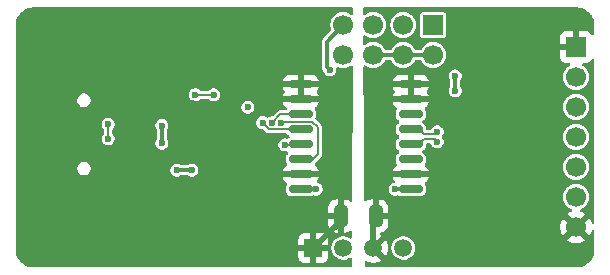
<source format=gbr>
%TF.GenerationSoftware,KiCad,Pcbnew,9.0.2*%
%TF.CreationDate,2025-07-27T21:59:35+02:00*%
%TF.ProjectId,USB-RS485_FT230,5553422d-5253-4343-9835-5f4654323330,rev?*%
%TF.SameCoordinates,Original*%
%TF.FileFunction,Copper,L2,Bot*%
%TF.FilePolarity,Positive*%
%FSLAX46Y46*%
G04 Gerber Fmt 4.6, Leading zero omitted, Abs format (unit mm)*
G04 Created by KiCad (PCBNEW 9.0.2) date 2025-07-27 21:59:35*
%MOMM*%
%LPD*%
G01*
G04 APERTURE LIST*
G04 Aperture macros list*
%AMRoundRect*
0 Rectangle with rounded corners*
0 $1 Rounding radius*
0 $2 $3 $4 $5 $6 $7 $8 $9 X,Y pos of 4 corners*
0 Add a 4 corners polygon primitive as box body*
4,1,4,$2,$3,$4,$5,$6,$7,$8,$9,$2,$3,0*
0 Add four circle primitives for the rounded corners*
1,1,$1+$1,$2,$3*
1,1,$1+$1,$4,$5*
1,1,$1+$1,$6,$7*
1,1,$1+$1,$8,$9*
0 Add four rect primitives between the rounded corners*
20,1,$1+$1,$2,$3,$4,$5,0*
20,1,$1+$1,$4,$5,$6,$7,0*
20,1,$1+$1,$6,$7,$8,$9,0*
20,1,$1+$1,$8,$9,$2,$3,0*%
G04 Aperture macros list end*
%TA.AperFunction,ComponentPad*%
%ADD10R,1.700000X1.700000*%
%TD*%
%TA.AperFunction,ComponentPad*%
%ADD11C,1.700000*%
%TD*%
%TA.AperFunction,ComponentPad*%
%ADD12R,1.500000X1.500000*%
%TD*%
%TA.AperFunction,ComponentPad*%
%ADD13C,1.500000*%
%TD*%
%TA.AperFunction,SMDPad,CuDef*%
%ADD14RoundRect,0.250000X-0.325000X-0.650000X0.325000X-0.650000X0.325000X0.650000X-0.325000X0.650000X0*%
%TD*%
%TA.AperFunction,SMDPad,CuDef*%
%ADD15RoundRect,0.150000X-0.875000X-0.150000X0.875000X-0.150000X0.875000X0.150000X-0.875000X0.150000X0*%
%TD*%
%TA.AperFunction,ViaPad*%
%ADD16C,0.600000*%
%TD*%
%TA.AperFunction,Conductor*%
%ADD17C,0.500000*%
%TD*%
%TA.AperFunction,Conductor*%
%ADD18C,0.200000*%
%TD*%
%TA.AperFunction,Conductor*%
%ADD19C,0.350000*%
%TD*%
G04 APERTURE END LIST*
D10*
%TO.P,J3,1,Pin_1*%
%TO.N,GND2*%
X172705000Y-85985909D03*
D11*
%TO.P,J3,2,Pin_2*%
%TO.N,/RS485_P*%
X172705000Y-88525909D03*
%TO.P,J3,3,Pin_3*%
%TO.N,/RS485_N*%
X172705000Y-91065909D03*
%TO.P,J3,4,Pin_4*%
%TO.N,Net-(J3-Pin_4)*%
X172705000Y-93605909D03*
%TO.P,J3,5,Pin_5*%
%TO.N,Net-(J3-Pin_5)*%
X172705000Y-96145909D03*
%TO.P,J3,6,Pin_6*%
%TO.N,+V_OUT*%
X172705000Y-98685909D03*
%TO.P,J3,7,Pin_7*%
%TO.N,GND2*%
X172705000Y-101225909D03*
%TD*%
D12*
%TO.P,U4,1,-Vin*%
%TO.N,GND1*%
X150445000Y-103008909D03*
D13*
%TO.P,U4,2,+Vin*%
%TO.N,+5V_USB*%
X152985000Y-103008909D03*
%TO.P,U4,3,-Vout*%
%TO.N,GND2*%
X155525000Y-103008909D03*
%TO.P,U4,4,+Vout*%
%TO.N,+5V_ISO*%
X158065000Y-103008909D03*
%TD*%
D10*
%TO.P,J2,1,Pin_1*%
%TO.N,+1.8V_ISO*%
X160605000Y-84128909D03*
D11*
%TO.P,J2,2,Pin_2*%
%TO.N,+V_OUT*%
X160605000Y-86668909D03*
%TO.P,J2,3,Pin_3*%
%TO.N,+3.3V_ISO*%
X158065000Y-84128909D03*
%TO.P,J2,4,Pin_4*%
%TO.N,+V_OUT*%
X158065000Y-86668909D03*
%TO.P,J2,5,Pin_5*%
%TO.N,+5V_ISO*%
X155525000Y-84128909D03*
%TO.P,J2,6,Pin_6*%
%TO.N,+V_OUT*%
X155525000Y-86668909D03*
%TO.P,J2,7,Pin_7*%
%TO.N,VCCIO*%
X152985000Y-84128909D03*
%TO.P,J2,8,Pin_8*%
%TO.N,RS_ACT*%
X152985000Y-86668909D03*
%TD*%
D14*
%TO.P,C10,1*%
%TO.N,GND1*%
X152780000Y-100298909D03*
%TO.P,C10,2*%
%TO.N,GND2*%
X155730000Y-100298909D03*
%TD*%
D15*
%TO.P,U5,1,Vcc1*%
%TO.N,VCCIO*%
X149395000Y-98028909D03*
%TO.P,U5,2,GND1*%
%TO.N,GND1*%
X149395000Y-96758909D03*
%TO.P,U5,3,R*%
%TO.N,Net-(U5-R)*%
X149395000Y-95488909D03*
%TO.P,U5,4,~{RE}*%
%TO.N,Net-(U1-CBUS3)*%
X149395000Y-94218909D03*
%TO.P,U5,5,DE*%
%TO.N,Net-(U1-CBUS2)*%
X149395000Y-92948909D03*
%TO.P,U5,6,D*%
%TO.N,Net-(U1-TXD)*%
X149395000Y-91678909D03*
%TO.P,U5,7,GND1*%
%TO.N,GND1*%
X149395000Y-90408909D03*
%TO.P,U5,8,GND1*%
X149395000Y-89138909D03*
%TO.P,U5,9,GND2*%
%TO.N,GND2*%
X158695000Y-89138909D03*
%TO.P,U5,10,GND2*%
X158695000Y-90408909D03*
%TO.P,U5,11,NC*%
%TO.N,unconnected-(U5-NC-Pad11)*%
X158695000Y-91678909D03*
%TO.P,U5,12,A*%
%TO.N,/RS485_P*%
X158695000Y-92948909D03*
%TO.P,U5,13,B*%
%TO.N,/RS485_N*%
X158695000Y-94218909D03*
%TO.P,U5,14,NC*%
%TO.N,unconnected-(U5-NC-Pad14)*%
X158695000Y-95488909D03*
%TO.P,U5,15,GND2*%
%TO.N,GND2*%
X158695000Y-96758909D03*
%TO.P,U5,16,Vcc2*%
%TO.N,+5V_ISO*%
X158695000Y-98028909D03*
%TD*%
D16*
%TO.N,GND1*%
X144205000Y-98648909D03*
X127645000Y-99688909D03*
X131335000Y-86878909D03*
X140085000Y-87458909D03*
X133945000Y-85648909D03*
X133905000Y-90108909D03*
X148075000Y-96768909D03*
X133895000Y-96728909D03*
X140180000Y-90718264D03*
X128135000Y-89648909D03*
X133055000Y-98348909D03*
X133925000Y-87888909D03*
X142455000Y-95038909D03*
X147795000Y-87238909D03*
X144215000Y-96158909D03*
X137405000Y-98948909D03*
%TO.N,+5V_USB*%
X140180000Y-96408909D03*
X138895000Y-96408909D03*
%TO.N,GND2*%
X165495000Y-86848909D03*
X161495000Y-102208909D03*
X164532652Y-84488474D03*
X164715000Y-83318909D03*
X160015000Y-96748909D03*
X166300000Y-90500000D03*
X163685000Y-102218909D03*
X165875000Y-102198909D03*
X160105000Y-90418909D03*
X162945000Y-93598909D03*
%TO.N,VCCIO*%
X151855000Y-87928909D03*
X137625159Y-92638909D03*
X144901091Y-91082818D03*
X137625159Y-94128909D03*
X150705000Y-98018909D03*
%TO.N,/RS485_P*%
X160947169Y-93163909D03*
%TO.N,/RS485_N*%
X160947169Y-94013909D03*
%TO.N,+V_OUT*%
X162475000Y-89710000D03*
X162455000Y-88433909D03*
%TO.N,+5V_ISO*%
X157375000Y-98048909D03*
%TO.N,Net-(J1-D--PadA7)*%
X133084389Y-93738908D03*
X133084388Y-92538909D03*
%TO.N,Net-(U1-TXD)*%
X146945000Y-92398909D03*
%TO.N,Net-(U1-CBUS2)*%
X142030000Y-90031409D03*
X146155000Y-92388909D03*
X140455000Y-90020499D03*
%TO.N,Net-(U1-CBUS3)*%
X148051091Y-94262818D03*
%TO.N,Net-(U5-R)*%
X147725000Y-92388909D03*
%TD*%
D17*
%TO.N,GND1*%
X152780000Y-100683909D02*
X152780000Y-100298909D01*
D18*
X131715000Y-99688909D02*
X133055000Y-98348909D01*
X128135000Y-89046561D02*
X128135000Y-89648909D01*
X127645000Y-99688909D02*
X131715000Y-99688909D01*
X149385000Y-96768909D02*
X149395000Y-96758909D01*
D17*
X150445000Y-103008909D02*
X150455000Y-103008909D01*
X150455000Y-103008909D02*
X152780000Y-100683909D01*
D18*
X148075000Y-96768909D02*
X149385000Y-96768909D01*
X149395000Y-90408909D02*
X149395000Y-89138909D01*
D19*
%TO.N,+5V_USB*%
X140180000Y-96408909D02*
X138895000Y-96408909D01*
%TO.N,GND2*%
X160105000Y-90418909D02*
X160095000Y-90408909D01*
X158705000Y-96748909D02*
X158695000Y-96758909D01*
D17*
X155525000Y-103008909D02*
X155525000Y-100503909D01*
X155525000Y-100503909D02*
X155730000Y-100298909D01*
D19*
X158695000Y-90408909D02*
X158695000Y-89138909D01*
X160015000Y-96748909D02*
X158705000Y-96748909D01*
X160095000Y-90408909D02*
X158695000Y-90408909D01*
%TO.N,VCCIO*%
X137625159Y-94128909D02*
X137625159Y-92638909D01*
X151575000Y-85538909D02*
X152985000Y-84128909D01*
D18*
X149395000Y-98028909D02*
X150695000Y-98028909D01*
D19*
X151575000Y-87648909D02*
X151575000Y-85538909D01*
X151855000Y-87928909D02*
X151575000Y-87648909D01*
D18*
X150695000Y-98028909D02*
X150705000Y-98018909D01*
%TO.N,/RS485_P*%
X159420000Y-92948909D02*
X158695000Y-92948909D01*
X159830000Y-93358909D02*
X159420000Y-92948909D01*
X160947169Y-93163909D02*
X160752169Y-93358909D01*
X160752169Y-93358909D02*
X159830000Y-93358909D01*
%TO.N,/RS485_N*%
X160947169Y-94013909D02*
X160742169Y-93808909D01*
X160742169Y-93808909D02*
X159830000Y-93808909D01*
X159830000Y-93808909D02*
X159420000Y-94218909D01*
X159420000Y-94218909D02*
X158695000Y-94218909D01*
D19*
%TO.N,+V_OUT*%
X158065000Y-86668909D02*
X155525000Y-86668909D01*
X162475000Y-89710000D02*
X162475000Y-88453909D01*
X160605000Y-86668909D02*
X158065000Y-86668909D01*
X162475000Y-88453909D02*
X162455000Y-88433909D01*
D18*
%TO.N,+5V_ISO*%
X157395000Y-98028909D02*
X157375000Y-98048909D01*
D19*
X158695000Y-98028909D02*
X157395000Y-98028909D01*
D18*
%TO.N,Net-(J1-D--PadA7)*%
X133084388Y-92538909D02*
X133084388Y-93738907D01*
X133084388Y-93738907D02*
X133084389Y-93738908D01*
%TO.N,Net-(U1-TXD)*%
X146945000Y-92389677D02*
X147655768Y-91678909D01*
X147655768Y-91678909D02*
X149395000Y-91678909D01*
X146945000Y-92398909D02*
X146945000Y-92389677D01*
%TO.N,Net-(U1-CBUS2)*%
X140556590Y-90020499D02*
X140567500Y-90031409D01*
X140567500Y-90031409D02*
X142030000Y-90031409D01*
X146715000Y-92948909D02*
X146155000Y-92388909D01*
X149395000Y-92948909D02*
X146715000Y-92948909D01*
X140455000Y-90020499D02*
X140556590Y-90020499D01*
%TO.N,Net-(U1-CBUS3)*%
X149351091Y-94262818D02*
X149395000Y-94218909D01*
X148051091Y-94262818D02*
X149351091Y-94262818D01*
%TO.N,Net-(U5-R)*%
X149395000Y-95488909D02*
X150419999Y-95488909D01*
X150419999Y-95488909D02*
X150835000Y-95073908D01*
X150355000Y-92308909D02*
X147805000Y-92308909D01*
X150835000Y-92788909D02*
X150355000Y-92308909D01*
X150835000Y-95073908D02*
X150835000Y-92788909D01*
X147805000Y-92308909D02*
X147725000Y-92388909D01*
%TD*%
%TA.AperFunction,Conductor*%
%TO.N,GND1*%
G36*
X153794795Y-82659094D02*
G01*
X153840550Y-82711898D01*
X153851754Y-82764063D01*
X153851179Y-82873190D01*
X153849785Y-83137505D01*
X153849745Y-83145023D01*
X153849745Y-83145035D01*
X153849696Y-83154159D01*
X153829652Y-83221092D01*
X153776603Y-83266562D01*
X153707392Y-83276134D01*
X153652815Y-83253812D01*
X153561788Y-83187677D01*
X153407445Y-83109036D01*
X153242701Y-83055507D01*
X153242699Y-83055506D01*
X153242698Y-83055506D01*
X153111271Y-83034690D01*
X153071611Y-83028409D01*
X152898389Y-83028409D01*
X152858728Y-83034690D01*
X152727302Y-83055506D01*
X152562552Y-83109037D01*
X152408211Y-83187677D01*
X152362220Y-83221092D01*
X152268072Y-83289495D01*
X152268070Y-83289497D01*
X152268069Y-83289497D01*
X152145588Y-83411978D01*
X152145588Y-83411979D01*
X152145586Y-83411981D01*
X152101859Y-83472165D01*
X152043768Y-83552120D01*
X151965128Y-83706461D01*
X151911597Y-83871211D01*
X151884500Y-84042298D01*
X151884500Y-84215519D01*
X151911598Y-84386611D01*
X151911598Y-84386614D01*
X151940585Y-84475825D01*
X151942580Y-84545666D01*
X151910335Y-84601824D01*
X151313737Y-85198424D01*
X151234517Y-85277643D01*
X151234513Y-85277649D01*
X151178498Y-85374669D01*
X151178497Y-85374672D01*
X151149500Y-85482891D01*
X151149500Y-87592891D01*
X151149500Y-87704927D01*
X151178497Y-87813146D01*
X151234515Y-87910172D01*
X151234517Y-87910174D01*
X151273236Y-87948893D01*
X151305330Y-88004480D01*
X151342017Y-88141397D01*
X151414488Y-88266920D01*
X151414490Y-88266922D01*
X151414491Y-88266924D01*
X151516985Y-88369418D01*
X151516986Y-88369419D01*
X151516988Y-88369420D01*
X151642511Y-88441891D01*
X151642512Y-88441891D01*
X151642515Y-88441893D01*
X151782525Y-88479409D01*
X151782528Y-88479409D01*
X151927472Y-88479409D01*
X151927475Y-88479409D01*
X152067485Y-88441893D01*
X152193015Y-88369418D01*
X152295509Y-88266924D01*
X152367984Y-88141394D01*
X152405500Y-88001384D01*
X152405500Y-87856434D01*
X152400425Y-87837494D01*
X152402086Y-87767645D01*
X152441248Y-87709782D01*
X152505476Y-87682277D01*
X152558518Y-87687469D01*
X152562547Y-87688778D01*
X152562555Y-87688782D01*
X152727299Y-87742311D01*
X152898389Y-87769409D01*
X152898390Y-87769409D01*
X153071610Y-87769409D01*
X153071611Y-87769409D01*
X153242701Y-87742311D01*
X153407445Y-87688782D01*
X153561788Y-87610141D01*
X153629029Y-87561287D01*
X153694834Y-87537807D01*
X153762888Y-87553632D01*
X153811583Y-87603737D01*
X153825912Y-87662259D01*
X153766338Y-98954112D01*
X153746300Y-99021047D01*
X153693256Y-99066523D01*
X153624046Y-99076101D01*
X153577243Y-99058997D01*
X153424124Y-98964552D01*
X153424119Y-98964550D01*
X153257697Y-98909403D01*
X153257690Y-98909402D01*
X153154986Y-98898909D01*
X153030000Y-98898909D01*
X153030000Y-101698908D01*
X153154972Y-101698908D01*
X153154986Y-101698907D01*
X153257697Y-101688414D01*
X153424119Y-101633267D01*
X153424130Y-101633262D01*
X153563000Y-101547606D01*
X153630392Y-101529165D01*
X153697056Y-101550087D01*
X153741825Y-101603729D01*
X153752095Y-101653798D01*
X153749818Y-102085320D01*
X153729780Y-102152255D01*
X153676736Y-102197731D01*
X153607526Y-102207309D01*
X153556929Y-102187768D01*
X153458920Y-102122280D01*
X153458907Y-102122273D01*
X153276839Y-102046859D01*
X153276829Y-102046856D01*
X153083543Y-102008409D01*
X153083541Y-102008409D01*
X152886459Y-102008409D01*
X152886457Y-102008409D01*
X152693170Y-102046856D01*
X152693160Y-102046859D01*
X152511092Y-102122273D01*
X152511079Y-102122280D01*
X152347218Y-102231769D01*
X152347214Y-102231772D01*
X152207863Y-102371123D01*
X152207860Y-102371127D01*
X152098371Y-102534988D01*
X152098364Y-102535001D01*
X152022950Y-102717069D01*
X152022947Y-102717079D01*
X151984500Y-102910365D01*
X151984500Y-102910368D01*
X151984500Y-103107450D01*
X151984500Y-103107452D01*
X151984499Y-103107452D01*
X152022947Y-103300738D01*
X152022950Y-103300748D01*
X152098364Y-103482816D01*
X152098371Y-103482829D01*
X152207860Y-103646690D01*
X152207863Y-103646694D01*
X152347214Y-103786045D01*
X152347218Y-103786048D01*
X152511079Y-103895537D01*
X152511092Y-103895544D01*
X152658726Y-103956695D01*
X152693165Y-103970960D01*
X152693169Y-103970960D01*
X152693170Y-103970961D01*
X152886456Y-104009409D01*
X152886459Y-104009409D01*
X153083543Y-104009409D01*
X153213582Y-103983541D01*
X153276835Y-103970960D01*
X153458914Y-103895541D01*
X153458919Y-103895537D01*
X153458922Y-103895536D01*
X153502705Y-103866281D01*
X153534341Y-103845141D01*
X153601018Y-103824263D01*
X153668399Y-103842747D01*
X153715089Y-103894725D01*
X153727211Y-103950560D01*
X153716629Y-104516726D01*
X153695695Y-104583386D01*
X153642046Y-104628146D01*
X153592651Y-104638409D01*
X126759428Y-104638409D01*
X126750582Y-104638093D01*
X126550442Y-104623778D01*
X126532931Y-104621260D01*
X126341211Y-104579555D01*
X126324238Y-104574572D01*
X126247105Y-104545803D01*
X126140385Y-104505998D01*
X126124299Y-104498652D01*
X125952085Y-104404616D01*
X125937210Y-104395057D01*
X125780132Y-104277469D01*
X125766762Y-104265884D01*
X125628019Y-104127142D01*
X125616433Y-104113770D01*
X125498848Y-103956695D01*
X125489283Y-103941812D01*
X125457812Y-103884177D01*
X125395247Y-103769600D01*
X125387906Y-103753526D01*
X125319328Y-103569665D01*
X125314348Y-103552701D01*
X125272640Y-103360975D01*
X125270122Y-103343464D01*
X125267067Y-103300748D01*
X125255816Y-103143448D01*
X125255500Y-103134602D01*
X125255500Y-102211064D01*
X149195000Y-102211064D01*
X149195000Y-102758909D01*
X150011988Y-102758909D01*
X149979075Y-102815916D01*
X149945000Y-102943083D01*
X149945000Y-103074735D01*
X149979075Y-103201902D01*
X150011988Y-103258909D01*
X149195000Y-103258909D01*
X149195000Y-103806753D01*
X149201401Y-103866281D01*
X149201403Y-103866288D01*
X149251645Y-104000995D01*
X149251649Y-104001002D01*
X149337809Y-104116096D01*
X149337812Y-104116099D01*
X149452906Y-104202259D01*
X149452913Y-104202263D01*
X149587620Y-104252505D01*
X149587627Y-104252507D01*
X149647155Y-104258908D01*
X149647172Y-104258909D01*
X150195000Y-104258909D01*
X150195000Y-103441921D01*
X150252007Y-103474834D01*
X150379174Y-103508909D01*
X150510826Y-103508909D01*
X150637993Y-103474834D01*
X150695000Y-103441921D01*
X150695000Y-104258909D01*
X151242828Y-104258909D01*
X151242844Y-104258908D01*
X151302372Y-104252507D01*
X151302379Y-104252505D01*
X151437086Y-104202263D01*
X151437093Y-104202259D01*
X151552187Y-104116099D01*
X151552190Y-104116096D01*
X151638350Y-104001002D01*
X151638354Y-104000995D01*
X151688596Y-103866288D01*
X151688598Y-103866281D01*
X151694999Y-103806753D01*
X151695000Y-103806736D01*
X151695000Y-103258909D01*
X150878012Y-103258909D01*
X150910925Y-103201902D01*
X150945000Y-103074735D01*
X150945000Y-102943083D01*
X150910925Y-102815916D01*
X150878012Y-102758909D01*
X151695000Y-102758909D01*
X151695000Y-102211081D01*
X151694999Y-102211064D01*
X151688598Y-102151536D01*
X151688596Y-102151529D01*
X151638354Y-102016822D01*
X151638350Y-102016815D01*
X151552190Y-101901721D01*
X151552187Y-101901718D01*
X151437093Y-101815558D01*
X151437086Y-101815554D01*
X151302379Y-101765312D01*
X151302372Y-101765310D01*
X151242844Y-101758909D01*
X150695000Y-101758909D01*
X150695000Y-102575897D01*
X150637993Y-102542984D01*
X150510826Y-102508909D01*
X150379174Y-102508909D01*
X150252007Y-102542984D01*
X150195000Y-102575897D01*
X150195000Y-101758909D01*
X149647155Y-101758909D01*
X149587627Y-101765310D01*
X149587620Y-101765312D01*
X149452913Y-101815554D01*
X149452906Y-101815558D01*
X149337812Y-101901718D01*
X149337809Y-101901721D01*
X149251649Y-102016815D01*
X149251645Y-102016822D01*
X149201403Y-102151529D01*
X149201401Y-102151536D01*
X149195000Y-102211064D01*
X125255500Y-102211064D01*
X125255500Y-100998895D01*
X151705001Y-100998895D01*
X151715494Y-101101606D01*
X151770641Y-101268028D01*
X151770643Y-101268033D01*
X151862684Y-101417254D01*
X151986654Y-101541224D01*
X152135875Y-101633265D01*
X152135880Y-101633267D01*
X152302302Y-101688414D01*
X152302309Y-101688415D01*
X152405019Y-101698908D01*
X152529999Y-101698908D01*
X152530000Y-101698907D01*
X152530000Y-100548909D01*
X151705001Y-100548909D01*
X151705001Y-100998895D01*
X125255500Y-100998895D01*
X125255500Y-99598922D01*
X151705000Y-99598922D01*
X151705000Y-100048909D01*
X152530000Y-100048909D01*
X152530000Y-98898909D01*
X152405027Y-98898909D01*
X152405012Y-98898910D01*
X152302302Y-98909403D01*
X152135880Y-98964550D01*
X152135875Y-98964552D01*
X151986654Y-99056593D01*
X151862684Y-99180563D01*
X151770643Y-99329784D01*
X151770641Y-99329789D01*
X151715494Y-99496211D01*
X151715493Y-99496218D01*
X151705000Y-99598922D01*
X125255500Y-99598922D01*
X125255500Y-97008910D01*
X147872704Y-97008910D01*
X147872899Y-97011395D01*
X147918718Y-97169107D01*
X148002314Y-97310461D01*
X148002321Y-97310470D01*
X148118438Y-97426587D01*
X148118444Y-97426591D01*
X148161491Y-97452049D01*
X148209175Y-97503118D01*
X148221679Y-97571860D01*
X148196846Y-97632055D01*
X148197689Y-97632668D01*
X148195154Y-97636156D01*
X148195034Y-97636449D01*
X148194549Y-97636989D01*
X148191951Y-97640566D01*
X148134352Y-97753607D01*
X148119500Y-97847384D01*
X148119500Y-98210426D01*
X148130292Y-98278566D01*
X148134354Y-98304213D01*
X148191950Y-98417251D01*
X148191952Y-98417253D01*
X148191954Y-98417256D01*
X148281652Y-98506954D01*
X148281654Y-98506955D01*
X148281658Y-98506959D01*
X148394694Y-98564554D01*
X148394698Y-98564556D01*
X148488475Y-98579408D01*
X148488481Y-98579409D01*
X150301518Y-98579408D01*
X150395304Y-98564555D01*
X150428403Y-98547689D01*
X150497070Y-98534792D01*
X150516788Y-98538397D01*
X150632525Y-98569409D01*
X150632528Y-98569409D01*
X150777472Y-98569409D01*
X150777475Y-98569409D01*
X150917485Y-98531893D01*
X151043015Y-98459418D01*
X151145509Y-98356924D01*
X151217984Y-98231394D01*
X151255500Y-98091384D01*
X151255500Y-97946434D01*
X151217984Y-97806424D01*
X151145509Y-97680894D01*
X151043015Y-97578400D01*
X151043013Y-97578399D01*
X151043011Y-97578397D01*
X150917488Y-97505926D01*
X150917489Y-97505926D01*
X150906003Y-97502848D01*
X150863451Y-97491446D01*
X150803791Y-97455081D01*
X150773263Y-97392234D01*
X150781558Y-97322859D01*
X150788814Y-97308550D01*
X150871282Y-97169105D01*
X150917100Y-97011395D01*
X150917295Y-97008910D01*
X150917295Y-97008909D01*
X147872705Y-97008909D01*
X147872704Y-97008910D01*
X125255500Y-97008910D01*
X125255500Y-96203143D01*
X130459500Y-96203143D01*
X130459500Y-96354674D01*
X130498719Y-96501045D01*
X130536602Y-96566659D01*
X130574485Y-96632274D01*
X130681635Y-96739424D01*
X130812865Y-96815190D01*
X130959234Y-96854409D01*
X130959236Y-96854409D01*
X131110764Y-96854409D01*
X131110766Y-96854409D01*
X131257135Y-96815190D01*
X131388365Y-96739424D01*
X131495515Y-96632274D01*
X131571281Y-96501044D01*
X131610500Y-96354675D01*
X131610500Y-96336434D01*
X138344500Y-96336434D01*
X138344500Y-96481384D01*
X138382016Y-96621394D01*
X138382017Y-96621397D01*
X138454488Y-96746920D01*
X138454490Y-96746922D01*
X138454491Y-96746924D01*
X138556985Y-96849418D01*
X138556986Y-96849419D01*
X138556988Y-96849420D01*
X138682511Y-96921891D01*
X138682512Y-96921891D01*
X138682515Y-96921893D01*
X138822525Y-96959409D01*
X138822528Y-96959409D01*
X138967472Y-96959409D01*
X138967475Y-96959409D01*
X139107485Y-96921893D01*
X139219576Y-96857177D01*
X139230237Y-96851022D01*
X139292237Y-96834409D01*
X139782763Y-96834409D01*
X139844763Y-96851022D01*
X139967511Y-96921891D01*
X139967512Y-96921891D01*
X139967515Y-96921893D01*
X140107525Y-96959409D01*
X140107528Y-96959409D01*
X140252472Y-96959409D01*
X140252475Y-96959409D01*
X140392485Y-96921893D01*
X140518015Y-96849418D01*
X140620509Y-96746924D01*
X140692984Y-96621394D01*
X140730500Y-96481384D01*
X140730500Y-96336434D01*
X140692984Y-96196424D01*
X140620509Y-96070894D01*
X140518015Y-95968400D01*
X140518013Y-95968399D01*
X140518011Y-95968397D01*
X140392488Y-95895926D01*
X140392489Y-95895926D01*
X140381006Y-95892849D01*
X140252475Y-95858409D01*
X140107525Y-95858409D01*
X139978993Y-95892849D01*
X139967511Y-95895926D01*
X139844763Y-95966796D01*
X139782763Y-95983409D01*
X139292237Y-95983409D01*
X139230237Y-95966796D01*
X139107488Y-95895926D01*
X139107489Y-95895926D01*
X139096006Y-95892849D01*
X138967475Y-95858409D01*
X138822525Y-95858409D01*
X138693993Y-95892849D01*
X138682511Y-95895926D01*
X138556988Y-95968397D01*
X138556982Y-95968402D01*
X138454493Y-96070891D01*
X138454488Y-96070897D01*
X138382017Y-96196420D01*
X138382016Y-96196424D01*
X138344500Y-96336434D01*
X131610500Y-96336434D01*
X131610500Y-96203143D01*
X131571281Y-96056774D01*
X131495515Y-95925544D01*
X131388365Y-95818394D01*
X131322750Y-95780511D01*
X131257136Y-95742628D01*
X131174708Y-95720542D01*
X131110766Y-95703409D01*
X130959234Y-95703409D01*
X130812863Y-95742628D01*
X130681635Y-95818394D01*
X130681632Y-95818396D01*
X130574487Y-95925541D01*
X130574485Y-95925544D01*
X130498719Y-96056772D01*
X130459500Y-96203143D01*
X125255500Y-96203143D01*
X125255500Y-92466434D01*
X132533888Y-92466434D01*
X132533888Y-92611384D01*
X132571404Y-92751394D01*
X132571405Y-92751397D01*
X132643876Y-92876920D01*
X132643881Y-92876926D01*
X132697569Y-92930614D01*
X132712272Y-92957541D01*
X132728865Y-92983360D01*
X132729756Y-92989560D01*
X132731054Y-92991937D01*
X132733888Y-93018295D01*
X132733888Y-93259523D01*
X132714203Y-93326562D01*
X132697569Y-93347204D01*
X132643882Y-93400890D01*
X132643877Y-93400896D01*
X132571406Y-93526419D01*
X132571405Y-93526423D01*
X132533889Y-93666433D01*
X132533889Y-93811383D01*
X132564280Y-93924803D01*
X132571406Y-93951396D01*
X132643877Y-94076919D01*
X132643879Y-94076921D01*
X132643880Y-94076923D01*
X132746374Y-94179417D01*
X132746375Y-94179418D01*
X132746377Y-94179419D01*
X132871900Y-94251890D01*
X132871901Y-94251890D01*
X132871904Y-94251892D01*
X133011914Y-94289408D01*
X133011917Y-94289408D01*
X133156861Y-94289408D01*
X133156864Y-94289408D01*
X133296874Y-94251892D01*
X133422404Y-94179417D01*
X133524898Y-94076923D01*
X133597373Y-93951393D01*
X133634889Y-93811383D01*
X133634889Y-93666433D01*
X133597373Y-93526423D01*
X133594472Y-93521399D01*
X133524900Y-93400896D01*
X133524895Y-93400890D01*
X133471207Y-93347202D01*
X133456503Y-93320274D01*
X133439911Y-93294456D01*
X133439019Y-93288255D01*
X133437722Y-93285879D01*
X133434888Y-93259521D01*
X133434888Y-93018295D01*
X133454573Y-92951256D01*
X133471207Y-92930614D01*
X133524897Y-92876924D01*
X133597372Y-92751394D01*
X133634888Y-92611384D01*
X133634888Y-92566434D01*
X137074659Y-92566434D01*
X137074659Y-92711384D01*
X137112175Y-92851394D01*
X137183046Y-92974147D01*
X137199659Y-93036145D01*
X137199659Y-93731672D01*
X137183046Y-93793672D01*
X137112176Y-93916420D01*
X137112175Y-93916424D01*
X137074659Y-94056434D01*
X137074659Y-94201384D01*
X137110540Y-94335293D01*
X137112176Y-94341397D01*
X137184647Y-94466920D01*
X137184649Y-94466922D01*
X137184650Y-94466924D01*
X137287144Y-94569418D01*
X137287145Y-94569419D01*
X137287147Y-94569420D01*
X137412670Y-94641891D01*
X137412671Y-94641891D01*
X137412674Y-94641893D01*
X137552684Y-94679409D01*
X137552687Y-94679409D01*
X137697631Y-94679409D01*
X137697634Y-94679409D01*
X137837644Y-94641893D01*
X137963174Y-94569418D01*
X138065668Y-94466924D01*
X138138143Y-94341394D01*
X138175659Y-94201384D01*
X138175659Y-94056434D01*
X138138143Y-93916424D01*
X138077497Y-93811383D01*
X138067272Y-93793672D01*
X138050659Y-93731672D01*
X138050659Y-93036145D01*
X138067271Y-92974147D01*
X138138143Y-92851394D01*
X138175659Y-92711384D01*
X138175659Y-92566434D01*
X138138143Y-92426424D01*
X138080408Y-92326424D01*
X138074640Y-92316434D01*
X145604500Y-92316434D01*
X145604500Y-92461384D01*
X145632649Y-92566436D01*
X145642017Y-92601397D01*
X145714488Y-92726920D01*
X145714490Y-92726922D01*
X145714491Y-92726924D01*
X145816985Y-92829418D01*
X145816986Y-92829419D01*
X145816988Y-92829420D01*
X145942511Y-92901891D01*
X145942512Y-92901891D01*
X145942515Y-92901893D01*
X146082525Y-92939409D01*
X146158456Y-92939409D01*
X146225495Y-92959094D01*
X146246137Y-92975728D01*
X146499788Y-93229379D01*
X146579712Y-93275523D01*
X146668856Y-93299409D01*
X146668857Y-93299409D01*
X146761144Y-93299409D01*
X148102745Y-93299409D01*
X148106784Y-93300595D01*
X148110893Y-93299677D01*
X148140024Y-93310355D01*
X148169784Y-93319094D01*
X148173665Y-93322687D01*
X148176494Y-93323724D01*
X148190426Y-93335728D01*
X148281652Y-93426954D01*
X148281654Y-93426955D01*
X148281658Y-93426959D01*
X148372851Y-93473424D01*
X148423647Y-93521399D01*
X148440442Y-93589220D01*
X148417904Y-93655355D01*
X148372850Y-93694394D01*
X148306292Y-93728306D01*
X148273959Y-93734377D01*
X148241850Y-93741553D01*
X148239784Y-93740795D01*
X148237622Y-93741202D01*
X148217905Y-93737596D01*
X148164405Y-93723261D01*
X148123566Y-93712318D01*
X147978616Y-93712318D01*
X147872340Y-93740795D01*
X147838602Y-93749835D01*
X147713079Y-93822306D01*
X147713073Y-93822311D01*
X147610584Y-93924800D01*
X147610579Y-93924806D01*
X147538108Y-94050329D01*
X147538107Y-94050333D01*
X147500591Y-94190343D01*
X147500591Y-94335293D01*
X147538107Y-94475303D01*
X147538108Y-94475306D01*
X147610579Y-94600829D01*
X147610581Y-94600831D01*
X147610582Y-94600833D01*
X147713076Y-94703327D01*
X147713077Y-94703328D01*
X147713079Y-94703329D01*
X147838602Y-94775800D01*
X147838603Y-94775800D01*
X147838606Y-94775802D01*
X147978616Y-94813318D01*
X147978619Y-94813318D01*
X148123564Y-94813318D01*
X148123566Y-94813318D01*
X148162363Y-94802922D01*
X148232212Y-94804583D01*
X148290075Y-94843745D01*
X148317580Y-94907973D01*
X148305994Y-94976876D01*
X148282139Y-95010377D01*
X148191951Y-95100565D01*
X148191951Y-95100566D01*
X148191950Y-95100567D01*
X148172751Y-95138246D01*
X148134352Y-95213607D01*
X148119500Y-95307384D01*
X148119500Y-95670426D01*
X148124724Y-95703409D01*
X148134354Y-95764213D01*
X148191950Y-95877251D01*
X148191953Y-95877254D01*
X148197689Y-95885150D01*
X148194750Y-95887284D01*
X148219537Y-95932677D01*
X148214553Y-96002369D01*
X148172681Y-96058302D01*
X148161493Y-96065767D01*
X148118444Y-96091226D01*
X148118438Y-96091230D01*
X148002321Y-96207347D01*
X148002314Y-96207356D01*
X147918718Y-96348710D01*
X147872899Y-96506422D01*
X147872704Y-96508907D01*
X147872705Y-96508909D01*
X150917295Y-96508909D01*
X150917295Y-96508907D01*
X150917100Y-96506422D01*
X150871281Y-96348710D01*
X150787685Y-96207356D01*
X150787678Y-96207347D01*
X150671561Y-96091230D01*
X150671553Y-96091224D01*
X150628507Y-96065767D01*
X150580824Y-96014698D01*
X150568320Y-95945957D01*
X150582116Y-95900871D01*
X150590822Y-95884478D01*
X150598050Y-95877251D01*
X150655646Y-95764213D01*
X150656048Y-95761668D01*
X150662215Y-95750059D01*
X150672263Y-95739775D01*
X150684044Y-95720544D01*
X151115470Y-95289120D01*
X151161614Y-95209196D01*
X151174181Y-95162295D01*
X151185500Y-95120052D01*
X151185500Y-92742765D01*
X151161614Y-92653621D01*
X151143528Y-92622295D01*
X151115470Y-92573697D01*
X150665458Y-92123685D01*
X150631973Y-92062362D01*
X150636957Y-91992670D01*
X150642648Y-91979721D01*
X150655646Y-91954213D01*
X150656234Y-91950504D01*
X150665120Y-91894395D01*
X150670500Y-91860428D01*
X150670499Y-91497391D01*
X150655646Y-91403605D01*
X150598050Y-91290567D01*
X150598045Y-91290562D01*
X150592311Y-91282668D01*
X150595248Y-91280533D01*
X150570462Y-91235140D01*
X150575446Y-91165448D01*
X150617318Y-91109515D01*
X150628509Y-91102049D01*
X150671552Y-91076594D01*
X150671561Y-91076587D01*
X150787678Y-90960470D01*
X150787685Y-90960461D01*
X150871281Y-90819107D01*
X150917100Y-90661395D01*
X150917295Y-90658910D01*
X150917295Y-90658909D01*
X147872705Y-90658909D01*
X147872704Y-90658910D01*
X147872899Y-90661395D01*
X147918718Y-90819107D01*
X148002314Y-90960461D01*
X148002321Y-90960470D01*
X148118438Y-91076587D01*
X148118450Y-91076596D01*
X148154096Y-91097677D01*
X148201780Y-91148745D01*
X148214284Y-91217487D01*
X148187639Y-91282077D01*
X148130304Y-91322007D01*
X148090976Y-91328409D01*
X147609624Y-91328409D01*
X147520480Y-91352295D01*
X147520477Y-91352296D01*
X147440559Y-91398436D01*
X147440554Y-91398440D01*
X147026905Y-91812090D01*
X146965582Y-91845575D01*
X146939224Y-91848409D01*
X146872525Y-91848409D01*
X146743993Y-91882849D01*
X146732511Y-91885926D01*
X146620660Y-91950504D01*
X146552760Y-91966977D01*
X146496660Y-91950504D01*
X146367488Y-91875926D01*
X146367489Y-91875926D01*
X146356006Y-91872849D01*
X146227475Y-91838409D01*
X146082525Y-91838409D01*
X145953993Y-91872849D01*
X145942511Y-91875926D01*
X145816988Y-91948397D01*
X145816982Y-91948402D01*
X145714493Y-92050891D01*
X145714488Y-92050897D01*
X145642017Y-92176420D01*
X145642016Y-92176424D01*
X145604500Y-92316434D01*
X138074640Y-92316434D01*
X138065670Y-92300897D01*
X138065665Y-92300891D01*
X137963176Y-92198402D01*
X137963170Y-92198397D01*
X137837647Y-92125926D01*
X137837648Y-92125926D01*
X137826165Y-92122849D01*
X137697634Y-92088409D01*
X137552684Y-92088409D01*
X137424152Y-92122849D01*
X137412670Y-92125926D01*
X137287147Y-92198397D01*
X137287141Y-92198402D01*
X137184652Y-92300891D01*
X137184647Y-92300897D01*
X137112176Y-92426420D01*
X137112175Y-92426424D01*
X137074659Y-92566434D01*
X133634888Y-92566434D01*
X133634888Y-92466434D01*
X133597372Y-92326424D01*
X133591605Y-92316436D01*
X133524899Y-92200897D01*
X133524894Y-92200891D01*
X133422405Y-92098402D01*
X133422399Y-92098397D01*
X133296876Y-92025926D01*
X133296877Y-92025926D01*
X133285394Y-92022849D01*
X133156863Y-91988409D01*
X133011913Y-91988409D01*
X132883381Y-92022849D01*
X132871899Y-92025926D01*
X132746376Y-92098397D01*
X132746370Y-92098402D01*
X132643881Y-92200891D01*
X132643876Y-92200897D01*
X132571405Y-92326420D01*
X132571404Y-92326424D01*
X132533888Y-92466434D01*
X125255500Y-92466434D01*
X125255500Y-90423143D01*
X130459500Y-90423143D01*
X130459500Y-90574675D01*
X130477621Y-90642306D01*
X130498719Y-90721045D01*
X130512436Y-90744803D01*
X130574485Y-90852274D01*
X130681635Y-90959424D01*
X130812865Y-91035190D01*
X130959234Y-91074409D01*
X130959236Y-91074409D01*
X131110764Y-91074409D01*
X131110766Y-91074409D01*
X131257135Y-91035190D01*
X131300171Y-91010343D01*
X144350591Y-91010343D01*
X144350591Y-91155293D01*
X144386838Y-91290566D01*
X144388108Y-91295306D01*
X144460579Y-91420829D01*
X144460581Y-91420831D01*
X144460582Y-91420833D01*
X144563076Y-91523327D01*
X144563077Y-91523328D01*
X144563079Y-91523329D01*
X144688602Y-91595800D01*
X144688603Y-91595800D01*
X144688606Y-91595802D01*
X144828616Y-91633318D01*
X144828619Y-91633318D01*
X144973563Y-91633318D01*
X144973566Y-91633318D01*
X145113576Y-91595802D01*
X145239106Y-91523327D01*
X145341600Y-91420833D01*
X145414075Y-91295303D01*
X145451591Y-91155293D01*
X145451591Y-91010343D01*
X145414075Y-90870333D01*
X145341600Y-90744803D01*
X145239106Y-90642309D01*
X145239104Y-90642308D01*
X145239102Y-90642306D01*
X145113579Y-90569835D01*
X145113580Y-90569835D01*
X145102097Y-90566758D01*
X144973566Y-90532318D01*
X144828616Y-90532318D01*
X144700084Y-90566758D01*
X144688602Y-90569835D01*
X144563079Y-90642306D01*
X144563073Y-90642311D01*
X144460584Y-90744800D01*
X144460579Y-90744806D01*
X144388108Y-90870329D01*
X144388107Y-90870333D01*
X144350591Y-91010343D01*
X131300171Y-91010343D01*
X131388365Y-90959424D01*
X131495515Y-90852274D01*
X131571281Y-90721044D01*
X131610500Y-90574675D01*
X131610500Y-90423143D01*
X131571281Y-90276774D01*
X131495515Y-90145544D01*
X131388365Y-90038394D01*
X131314996Y-89996034D01*
X131257136Y-89962628D01*
X131202633Y-89948024D01*
X139904500Y-89948024D01*
X139904500Y-90092974D01*
X139942016Y-90232984D01*
X139942017Y-90232987D01*
X140014488Y-90358510D01*
X140014490Y-90358512D01*
X140014491Y-90358514D01*
X140116985Y-90461008D01*
X140116986Y-90461009D01*
X140116988Y-90461010D01*
X140242511Y-90533481D01*
X140242512Y-90533481D01*
X140242515Y-90533483D01*
X140382525Y-90570999D01*
X140382528Y-90570999D01*
X140527472Y-90570999D01*
X140527475Y-90570999D01*
X140667485Y-90533483D01*
X140793015Y-90461008D01*
X140835795Y-90418228D01*
X140897118Y-90384743D01*
X140923476Y-90381909D01*
X141550614Y-90381909D01*
X141617653Y-90401594D01*
X141638295Y-90418228D01*
X141691985Y-90471918D01*
X141691986Y-90471919D01*
X141691988Y-90471920D01*
X141817511Y-90544391D01*
X141817512Y-90544391D01*
X141817515Y-90544393D01*
X141957525Y-90581909D01*
X141957528Y-90581909D01*
X142102472Y-90581909D01*
X142102475Y-90581909D01*
X142242485Y-90544393D01*
X142368015Y-90471918D01*
X142470509Y-90369424D01*
X142542984Y-90243894D01*
X142580500Y-90103884D01*
X142580500Y-89958934D01*
X142542984Y-89818924D01*
X142542013Y-89817243D01*
X142470511Y-89693397D01*
X142470506Y-89693391D01*
X142368017Y-89590902D01*
X142368011Y-89590897D01*
X142242488Y-89518426D01*
X142242489Y-89518426D01*
X142231006Y-89515349D01*
X142102475Y-89480909D01*
X141957525Y-89480909D01*
X141828993Y-89515349D01*
X141817511Y-89518426D01*
X141691988Y-89590897D01*
X141691982Y-89590902D01*
X141638295Y-89644590D01*
X141576972Y-89678075D01*
X141550614Y-89680909D01*
X140945296Y-89680909D01*
X140878257Y-89661224D01*
X140857615Y-89644590D01*
X140793017Y-89579992D01*
X140793011Y-89579987D01*
X140667488Y-89507516D01*
X140667489Y-89507516D01*
X140656006Y-89504439D01*
X140527475Y-89469999D01*
X140382525Y-89469999D01*
X140253993Y-89504439D01*
X140242511Y-89507516D01*
X140116988Y-89579987D01*
X140116982Y-89579992D01*
X140014493Y-89682481D01*
X140014488Y-89682487D01*
X139942017Y-89808010D01*
X139942016Y-89808014D01*
X139904500Y-89948024D01*
X131202633Y-89948024D01*
X131183950Y-89943018D01*
X131110766Y-89923409D01*
X130959234Y-89923409D01*
X130812863Y-89962628D01*
X130681635Y-90038394D01*
X130681632Y-90038396D01*
X130574487Y-90145541D01*
X130574485Y-90145544D01*
X130498719Y-90276772D01*
X130473895Y-90369420D01*
X130459500Y-90423143D01*
X125255500Y-90423143D01*
X125255500Y-89388910D01*
X147872704Y-89388910D01*
X147872899Y-89391395D01*
X147918718Y-89549107D01*
X148002314Y-89690461D01*
X148007100Y-89696631D01*
X148004753Y-89698451D01*
X148031564Y-89747551D01*
X148026580Y-89817243D01*
X148005541Y-89849978D01*
X148007100Y-89851187D01*
X148002314Y-89857356D01*
X147918718Y-89998710D01*
X147872899Y-90156422D01*
X147872704Y-90158907D01*
X147872705Y-90158909D01*
X149145000Y-90158909D01*
X149645000Y-90158909D01*
X150917295Y-90158909D01*
X150917295Y-90158907D01*
X150917100Y-90156422D01*
X150871281Y-89998710D01*
X150787685Y-89857356D01*
X150782900Y-89851187D01*
X150785252Y-89849362D01*
X150758445Y-89800314D01*
X150763402Y-89730621D01*
X150784465Y-89697845D01*
X150782900Y-89696631D01*
X150787685Y-89690461D01*
X150871281Y-89549107D01*
X150917100Y-89391395D01*
X150917295Y-89388910D01*
X150917295Y-89388909D01*
X149645000Y-89388909D01*
X149645000Y-90158909D01*
X149145000Y-90158909D01*
X149145000Y-89388909D01*
X147872705Y-89388909D01*
X147872704Y-89388910D01*
X125255500Y-89388910D01*
X125255500Y-88888907D01*
X147872704Y-88888907D01*
X147872705Y-88888909D01*
X149145000Y-88888909D01*
X149645000Y-88888909D01*
X150917295Y-88888909D01*
X150917295Y-88888907D01*
X150917100Y-88886422D01*
X150871281Y-88728710D01*
X150787685Y-88587356D01*
X150787678Y-88587347D01*
X150671561Y-88471230D01*
X150671552Y-88471223D01*
X150530196Y-88387626D01*
X150530193Y-88387625D01*
X150372495Y-88341809D01*
X150372489Y-88341808D01*
X150335649Y-88338909D01*
X149645000Y-88338909D01*
X149645000Y-88888909D01*
X149145000Y-88888909D01*
X149145000Y-88338909D01*
X148454350Y-88338909D01*
X148417510Y-88341808D01*
X148417504Y-88341809D01*
X148259806Y-88387625D01*
X148259803Y-88387626D01*
X148118447Y-88471223D01*
X148118438Y-88471230D01*
X148002321Y-88587347D01*
X148002314Y-88587356D01*
X147918718Y-88728710D01*
X147872899Y-88886422D01*
X147872704Y-88888907D01*
X125255500Y-88888907D01*
X125255500Y-84143334D01*
X125255816Y-84134489D01*
X125270129Y-83934350D01*
X125272645Y-83916844D01*
X125314355Y-83725105D01*
X125319334Y-83708147D01*
X125387909Y-83524289D01*
X125395248Y-83508219D01*
X125489299Y-83335976D01*
X125498843Y-83321125D01*
X125616441Y-83164031D01*
X125628015Y-83150674D01*
X125766767Y-83011922D01*
X125780131Y-83000343D01*
X125937210Y-82882755D01*
X125952087Y-82873193D01*
X126124308Y-82779153D01*
X126140377Y-82771814D01*
X126324247Y-82703234D01*
X126341198Y-82698257D01*
X126532936Y-82656547D01*
X126550437Y-82654030D01*
X126750456Y-82639725D01*
X126759302Y-82639409D01*
X153727756Y-82639409D01*
X153794795Y-82659094D01*
G37*
%TD.AperFunction*%
%TD*%
%TA.AperFunction,Conductor*%
%TO.N,GND2*%
G36*
X172759418Y-82639725D02*
G01*
X172959560Y-82654039D01*
X172977062Y-82656556D01*
X173168796Y-82698264D01*
X173185753Y-82703243D01*
X173369613Y-82771820D01*
X173385693Y-82779164D01*
X173557907Y-82873200D01*
X173572781Y-82882758D01*
X173729859Y-83000346D01*
X173743230Y-83011932D01*
X173881974Y-83150677D01*
X173893559Y-83164048D01*
X173982789Y-83283247D01*
X174011138Y-83321116D01*
X174020701Y-83335996D01*
X174062191Y-83411979D01*
X174114736Y-83508208D01*
X174122086Y-83524302D01*
X174190654Y-83708143D01*
X174195638Y-83725118D01*
X174237343Y-83916836D01*
X174239861Y-83934348D01*
X174254184Y-84134618D01*
X174254500Y-84143464D01*
X174254500Y-84893290D01*
X174234815Y-84960329D01*
X174182011Y-85006084D01*
X174112853Y-85016028D01*
X174049297Y-84987003D01*
X174014318Y-84936623D01*
X173998354Y-84893822D01*
X173998350Y-84893815D01*
X173912190Y-84778721D01*
X173912187Y-84778718D01*
X173797093Y-84692558D01*
X173797086Y-84692554D01*
X173662379Y-84642312D01*
X173662372Y-84642310D01*
X173602844Y-84635909D01*
X172955000Y-84635909D01*
X172955000Y-85552897D01*
X172897993Y-85519984D01*
X172770826Y-85485909D01*
X172639174Y-85485909D01*
X172512007Y-85519984D01*
X172455000Y-85552897D01*
X172455000Y-84635909D01*
X171807155Y-84635909D01*
X171747627Y-84642310D01*
X171747620Y-84642312D01*
X171612913Y-84692554D01*
X171612906Y-84692558D01*
X171497812Y-84778718D01*
X171497809Y-84778721D01*
X171411649Y-84893815D01*
X171411645Y-84893822D01*
X171361403Y-85028529D01*
X171361401Y-85028536D01*
X171355000Y-85088064D01*
X171355000Y-85735909D01*
X172271988Y-85735909D01*
X172239075Y-85792916D01*
X172205000Y-85920083D01*
X172205000Y-86051735D01*
X172239075Y-86178902D01*
X172271988Y-86235909D01*
X171355000Y-86235909D01*
X171355000Y-86883753D01*
X171361401Y-86943281D01*
X171361403Y-86943288D01*
X171411645Y-87077995D01*
X171411649Y-87078002D01*
X171497809Y-87193096D01*
X171497812Y-87193099D01*
X171612906Y-87279259D01*
X171612913Y-87279263D01*
X171747620Y-87329505D01*
X171747627Y-87329507D01*
X171807155Y-87335908D01*
X171807172Y-87335909D01*
X172099949Y-87335909D01*
X172166988Y-87355594D01*
X172212743Y-87408398D01*
X172222687Y-87477556D01*
X172193662Y-87541112D01*
X172156244Y-87570394D01*
X172128211Y-87584677D01*
X172048256Y-87642768D01*
X171988072Y-87686495D01*
X171988070Y-87686497D01*
X171988069Y-87686497D01*
X171865588Y-87808978D01*
X171865588Y-87808979D01*
X171865586Y-87808981D01*
X171821859Y-87869165D01*
X171763768Y-87949120D01*
X171685128Y-88103461D01*
X171631597Y-88268211D01*
X171604500Y-88439298D01*
X171604500Y-88612519D01*
X171622902Y-88728710D01*
X171631598Y-88783610D01*
X171685127Y-88948354D01*
X171763768Y-89102697D01*
X171865586Y-89242837D01*
X171988072Y-89365323D01*
X172128212Y-89467141D01*
X172282555Y-89545782D01*
X172447299Y-89599311D01*
X172618389Y-89626409D01*
X172618390Y-89626409D01*
X172791610Y-89626409D01*
X172791611Y-89626409D01*
X172962701Y-89599311D01*
X173127445Y-89545782D01*
X173281788Y-89467141D01*
X173421928Y-89365323D01*
X173544414Y-89242837D01*
X173646232Y-89102697D01*
X173724873Y-88948354D01*
X173778402Y-88783610D01*
X173805500Y-88612520D01*
X173805500Y-88439298D01*
X173778402Y-88268208D01*
X173724873Y-88103464D01*
X173646232Y-87949121D01*
X173544414Y-87808981D01*
X173421928Y-87686495D01*
X173281788Y-87584677D01*
X173253756Y-87570394D01*
X173202960Y-87522419D01*
X173186165Y-87454598D01*
X173208703Y-87388463D01*
X173263418Y-87345012D01*
X173310051Y-87335909D01*
X173602828Y-87335909D01*
X173602844Y-87335908D01*
X173662372Y-87329507D01*
X173662379Y-87329505D01*
X173797086Y-87279263D01*
X173797093Y-87279259D01*
X173912187Y-87193099D01*
X173912190Y-87193096D01*
X173998350Y-87078002D01*
X173998355Y-87077993D01*
X174014318Y-87035195D01*
X174056189Y-86979261D01*
X174121653Y-86954843D01*
X174189926Y-86969694D01*
X174239332Y-87019099D01*
X174254500Y-87078527D01*
X174254500Y-100843182D01*
X174234815Y-100910221D01*
X174182011Y-100955976D01*
X174112853Y-100965920D01*
X174049297Y-100936895D01*
X174012569Y-100881500D01*
X173956095Y-100707691D01*
X173859624Y-100518358D01*
X173820270Y-100464191D01*
X173820269Y-100464191D01*
X173187962Y-101096499D01*
X173170925Y-101032916D01*
X173105099Y-100918902D01*
X173012007Y-100825810D01*
X172897993Y-100759984D01*
X172834409Y-100742946D01*
X173466716Y-100110637D01*
X173412550Y-100071284D01*
X173223217Y-99974813D01*
X173124287Y-99942669D01*
X173066611Y-99903232D01*
X173039413Y-99838873D01*
X173051328Y-99770027D01*
X173098572Y-99718551D01*
X173124290Y-99706806D01*
X173127445Y-99705782D01*
X173281788Y-99627141D01*
X173421928Y-99525323D01*
X173544414Y-99402837D01*
X173646232Y-99262697D01*
X173724873Y-99108354D01*
X173778402Y-98943610D01*
X173805500Y-98772520D01*
X173805500Y-98599298D01*
X173778402Y-98428208D01*
X173724873Y-98263464D01*
X173646232Y-98109121D01*
X173544414Y-97968981D01*
X173421928Y-97846495D01*
X173281788Y-97744677D01*
X173127445Y-97666036D01*
X172962701Y-97612507D01*
X172962699Y-97612506D01*
X172962698Y-97612506D01*
X172831271Y-97591690D01*
X172791611Y-97585409D01*
X172618389Y-97585409D01*
X172578728Y-97591690D01*
X172447302Y-97612506D01*
X172282552Y-97666037D01*
X172128211Y-97744677D01*
X172048256Y-97802768D01*
X171988072Y-97846495D01*
X171988070Y-97846497D01*
X171988069Y-97846497D01*
X171865588Y-97968978D01*
X171865588Y-97968979D01*
X171865586Y-97968981D01*
X171860170Y-97976436D01*
X171763768Y-98109120D01*
X171685128Y-98263461D01*
X171631597Y-98428211D01*
X171604500Y-98599298D01*
X171604500Y-98772519D01*
X171631514Y-98943083D01*
X171631598Y-98943610D01*
X171685127Y-99108354D01*
X171763768Y-99262697D01*
X171865586Y-99402837D01*
X171988072Y-99525323D01*
X172128212Y-99627141D01*
X172282555Y-99705782D01*
X172285708Y-99706806D01*
X172286752Y-99707520D01*
X172287048Y-99707643D01*
X172287022Y-99707704D01*
X172343383Y-99746239D01*
X172370585Y-99810597D01*
X172358674Y-99879444D01*
X172311433Y-99930922D01*
X172285712Y-99942669D01*
X172186783Y-99974813D01*
X171997439Y-100071289D01*
X171943282Y-100110636D01*
X171943282Y-100110637D01*
X172575591Y-100742946D01*
X172512007Y-100759984D01*
X172397993Y-100825810D01*
X172304901Y-100918902D01*
X172239075Y-101032916D01*
X172222037Y-101096500D01*
X171589728Y-100464191D01*
X171589727Y-100464191D01*
X171550380Y-100518348D01*
X171453904Y-100707691D01*
X171388242Y-100909778D01*
X171388242Y-100909781D01*
X171355000Y-101119662D01*
X171355000Y-101332155D01*
X171388242Y-101542036D01*
X171388242Y-101542039D01*
X171453904Y-101744126D01*
X171550375Y-101933459D01*
X171589728Y-101987625D01*
X172222037Y-101355317D01*
X172239075Y-101418902D01*
X172304901Y-101532916D01*
X172397993Y-101626008D01*
X172512007Y-101691834D01*
X172575590Y-101708871D01*
X171943282Y-102341178D01*
X171943282Y-102341179D01*
X171997449Y-102380533D01*
X172186782Y-102477004D01*
X172388870Y-102542666D01*
X172598754Y-102575909D01*
X172811246Y-102575909D01*
X173021127Y-102542666D01*
X173021130Y-102542666D01*
X173223217Y-102477004D01*
X173412554Y-102380531D01*
X173466716Y-102341179D01*
X173466717Y-102341179D01*
X172834408Y-101708871D01*
X172897993Y-101691834D01*
X173012007Y-101626008D01*
X173105099Y-101532916D01*
X173170925Y-101418902D01*
X173187962Y-101355317D01*
X173820270Y-101987626D01*
X173820270Y-101987625D01*
X173859622Y-101933463D01*
X173956095Y-101744126D01*
X174012569Y-101570317D01*
X174052006Y-101512642D01*
X174116365Y-101485443D01*
X174185211Y-101497357D01*
X174236687Y-101544601D01*
X174254500Y-101608635D01*
X174254500Y-103134477D01*
X174254184Y-103143324D01*
X174239868Y-103343462D01*
X174237350Y-103360973D01*
X174195644Y-103552692D01*
X174190660Y-103569668D01*
X174122089Y-103753512D01*
X174114739Y-103769605D01*
X174020708Y-103941808D01*
X174011143Y-103956692D01*
X173893559Y-104113765D01*
X173881973Y-104127136D01*
X173743231Y-104265877D01*
X173729861Y-104277462D01*
X173572787Y-104395047D01*
X173557903Y-104404612D01*
X173385697Y-104498643D01*
X173369603Y-104505993D01*
X173185764Y-104574561D01*
X173168789Y-104579545D01*
X172977066Y-104621251D01*
X172959555Y-104623769D01*
X172838459Y-104632430D01*
X172759286Y-104638093D01*
X172750451Y-104638409D01*
X154924659Y-104638409D01*
X154857620Y-104618724D01*
X154811865Y-104565920D01*
X154800662Y-104515272D01*
X154799892Y-104404612D01*
X154798781Y-104244998D01*
X154817999Y-104177826D01*
X154870483Y-104131705D01*
X154939570Y-104121280D01*
X154979072Y-104133653D01*
X155045161Y-104167326D01*
X155232294Y-104228130D01*
X155426618Y-104258909D01*
X155623382Y-104258909D01*
X155817705Y-104228130D01*
X156004835Y-104167327D01*
X156180143Y-104078004D01*
X156215125Y-104052587D01*
X156215126Y-104052587D01*
X155654409Y-103491871D01*
X155717993Y-103474834D01*
X155832007Y-103409008D01*
X155925099Y-103315916D01*
X155990925Y-103201902D01*
X156007962Y-103138319D01*
X156568678Y-103699035D01*
X156568678Y-103699034D01*
X156594095Y-103664052D01*
X156683418Y-103488744D01*
X156744221Y-103301614D01*
X156774974Y-103107452D01*
X157064499Y-103107452D01*
X157102947Y-103300738D01*
X157102950Y-103300748D01*
X157178364Y-103482816D01*
X157178371Y-103482829D01*
X157287860Y-103646690D01*
X157287863Y-103646694D01*
X157427214Y-103786045D01*
X157427218Y-103786048D01*
X157591079Y-103895537D01*
X157591092Y-103895544D01*
X157773160Y-103970958D01*
X157773165Y-103970960D01*
X157773169Y-103970960D01*
X157773170Y-103970961D01*
X157966456Y-104009409D01*
X157966459Y-104009409D01*
X158163543Y-104009409D01*
X158293582Y-103983541D01*
X158356835Y-103970960D01*
X158538914Y-103895541D01*
X158702782Y-103786048D01*
X158842139Y-103646691D01*
X158951632Y-103482823D01*
X159027051Y-103300744D01*
X159058364Y-103143324D01*
X159065500Y-103107452D01*
X159065500Y-102910365D01*
X159027052Y-102717079D01*
X159027051Y-102717078D01*
X159027051Y-102717074D01*
X158968579Y-102575909D01*
X158951635Y-102535001D01*
X158951628Y-102534988D01*
X158842139Y-102371127D01*
X158842136Y-102371123D01*
X158702785Y-102231772D01*
X158702781Y-102231769D01*
X158538920Y-102122280D01*
X158538907Y-102122273D01*
X158356839Y-102046859D01*
X158356829Y-102046856D01*
X158163543Y-102008409D01*
X158163541Y-102008409D01*
X157966459Y-102008409D01*
X157966457Y-102008409D01*
X157773170Y-102046856D01*
X157773160Y-102046859D01*
X157591092Y-102122273D01*
X157591079Y-102122280D01*
X157427218Y-102231769D01*
X157427214Y-102231772D01*
X157287863Y-102371123D01*
X157287860Y-102371127D01*
X157178371Y-102534988D01*
X157178364Y-102535001D01*
X157102950Y-102717069D01*
X157102947Y-102717079D01*
X157064500Y-102910365D01*
X157064500Y-102910368D01*
X157064500Y-103107450D01*
X157064500Y-103107452D01*
X157064499Y-103107452D01*
X156774974Y-103107452D01*
X156775000Y-103107291D01*
X156775000Y-102910526D01*
X156744221Y-102716203D01*
X156683418Y-102529073D01*
X156594096Y-102353767D01*
X156568678Y-102318782D01*
X156568677Y-102318782D01*
X156007962Y-102879498D01*
X155990925Y-102815916D01*
X155925099Y-102701902D01*
X155832007Y-102608810D01*
X155717993Y-102542984D01*
X155654408Y-102525946D01*
X156215125Y-101965229D01*
X156215125Y-101965228D01*
X156180145Y-101939814D01*
X156148746Y-101923816D01*
X156097950Y-101875841D01*
X156081155Y-101808020D01*
X156103692Y-101741885D01*
X156158408Y-101698434D01*
X156192443Y-101689973D01*
X156207696Y-101688415D01*
X156374119Y-101633267D01*
X156374124Y-101633265D01*
X156523345Y-101541224D01*
X156647315Y-101417254D01*
X156739356Y-101268033D01*
X156739358Y-101268028D01*
X156794505Y-101101606D01*
X156794507Y-101101594D01*
X156804999Y-100998897D01*
X156805000Y-100998882D01*
X156805000Y-100548909D01*
X155854000Y-100548909D01*
X155786961Y-100529224D01*
X155741206Y-100476420D01*
X155730000Y-100424909D01*
X155730000Y-100298909D01*
X155604000Y-100298909D01*
X155536961Y-100279224D01*
X155491206Y-100226420D01*
X155480000Y-100174909D01*
X155480000Y-100048909D01*
X155980000Y-100048909D01*
X156804999Y-100048909D01*
X156804999Y-99598937D01*
X156804998Y-99598922D01*
X156794505Y-99496211D01*
X156739358Y-99329789D01*
X156739356Y-99329784D01*
X156647315Y-99180563D01*
X156523345Y-99056593D01*
X156374124Y-98964552D01*
X156374119Y-98964550D01*
X156207697Y-98909403D01*
X156207690Y-98909402D01*
X156104986Y-98898909D01*
X155980000Y-98898909D01*
X155980000Y-100048909D01*
X155480000Y-100048909D01*
X155480000Y-98898909D01*
X155355027Y-98898909D01*
X155355012Y-98898910D01*
X155252302Y-98909403D01*
X155085880Y-98964550D01*
X155085875Y-98964552D01*
X154950991Y-99047750D01*
X154883598Y-99066190D01*
X154816935Y-99045267D01*
X154772165Y-98991625D01*
X154761898Y-98943083D01*
X154755174Y-97976434D01*
X156824500Y-97976434D01*
X156824500Y-98121384D01*
X156848360Y-98210428D01*
X156862017Y-98261397D01*
X156934488Y-98386920D01*
X156934490Y-98386922D01*
X156934491Y-98386924D01*
X157036985Y-98489418D01*
X157036986Y-98489419D01*
X157036988Y-98489420D01*
X157162511Y-98561891D01*
X157162512Y-98561891D01*
X157162515Y-98561893D01*
X157302525Y-98599409D01*
X157302528Y-98599409D01*
X157447472Y-98599409D01*
X157447475Y-98599409D01*
X157587485Y-98561893D01*
X157587496Y-98561886D01*
X157590923Y-98560468D01*
X157594059Y-98560130D01*
X157595335Y-98559789D01*
X157595388Y-98559987D01*
X157660392Y-98552998D01*
X157694677Y-98564545D01*
X157694694Y-98564554D01*
X157694698Y-98564556D01*
X157788475Y-98579408D01*
X157788481Y-98579409D01*
X159601518Y-98579408D01*
X159695304Y-98564555D01*
X159808342Y-98506959D01*
X159808347Y-98506954D01*
X159808557Y-98506745D01*
X159898045Y-98417256D01*
X159898050Y-98417251D01*
X159955646Y-98304213D01*
X159955646Y-98304211D01*
X159955647Y-98304210D01*
X159970499Y-98210433D01*
X159970500Y-98210428D01*
X159970499Y-97847391D01*
X159955646Y-97753605D01*
X159898050Y-97640567D01*
X159898045Y-97640562D01*
X159892311Y-97632668D01*
X159895248Y-97630533D01*
X159870462Y-97585140D01*
X159875446Y-97515448D01*
X159917318Y-97459515D01*
X159928509Y-97452049D01*
X159971552Y-97426594D01*
X159971561Y-97426587D01*
X160087678Y-97310470D01*
X160087685Y-97310461D01*
X160171281Y-97169107D01*
X160217100Y-97011395D01*
X160217295Y-97008910D01*
X160217295Y-97008909D01*
X157172705Y-97008909D01*
X157172704Y-97008910D01*
X157172899Y-97011395D01*
X157218718Y-97169107D01*
X157302314Y-97310461D01*
X157307100Y-97316631D01*
X157304957Y-97318292D01*
X157332204Y-97368191D01*
X157327220Y-97437883D01*
X157285348Y-97493816D01*
X157243134Y-97514322D01*
X157172466Y-97533258D01*
X157162511Y-97535926D01*
X157036988Y-97608397D01*
X157036982Y-97608402D01*
X156934493Y-97710891D01*
X156934488Y-97710897D01*
X156862017Y-97836420D01*
X156862016Y-97836424D01*
X156824500Y-97976434D01*
X154755174Y-97976434D01*
X154704269Y-90658910D01*
X157172704Y-90658910D01*
X157172899Y-90661395D01*
X157218718Y-90819107D01*
X157302314Y-90960461D01*
X157302321Y-90960470D01*
X157418438Y-91076587D01*
X157418444Y-91076591D01*
X157461491Y-91102049D01*
X157509175Y-91153118D01*
X157521679Y-91221860D01*
X157496846Y-91282055D01*
X157497689Y-91282668D01*
X157495154Y-91286156D01*
X157495034Y-91286449D01*
X157494549Y-91286989D01*
X157491951Y-91290566D01*
X157434352Y-91403607D01*
X157419500Y-91497384D01*
X157419500Y-91860426D01*
X157426611Y-91905323D01*
X157434354Y-91954213D01*
X157491950Y-92067251D01*
X157491952Y-92067253D01*
X157491954Y-92067256D01*
X157581652Y-92156954D01*
X157581654Y-92156955D01*
X157581658Y-92156959D01*
X157672851Y-92203424D01*
X157723647Y-92251399D01*
X157740442Y-92319220D01*
X157717904Y-92385355D01*
X157672852Y-92424393D01*
X157581658Y-92470859D01*
X157581657Y-92470860D01*
X157581652Y-92470863D01*
X157491954Y-92560561D01*
X157491951Y-92560566D01*
X157434352Y-92673607D01*
X157419500Y-92767384D01*
X157419500Y-93130426D01*
X157430292Y-93198566D01*
X157434354Y-93224213D01*
X157491950Y-93337251D01*
X157491952Y-93337253D01*
X157491954Y-93337256D01*
X157581652Y-93426954D01*
X157581654Y-93426955D01*
X157581658Y-93426959D01*
X157672851Y-93473424D01*
X157723647Y-93521399D01*
X157740442Y-93589220D01*
X157717904Y-93655355D01*
X157672852Y-93694393D01*
X157581658Y-93740859D01*
X157581657Y-93740860D01*
X157581652Y-93740863D01*
X157491954Y-93830561D01*
X157491951Y-93830566D01*
X157434352Y-93943607D01*
X157419500Y-94037384D01*
X157419500Y-94400426D01*
X157428052Y-94454420D01*
X157434354Y-94494213D01*
X157491950Y-94607251D01*
X157491952Y-94607253D01*
X157491954Y-94607256D01*
X157581652Y-94696954D01*
X157581654Y-94696955D01*
X157581658Y-94696959D01*
X157672851Y-94743424D01*
X157723647Y-94791399D01*
X157740442Y-94859220D01*
X157717904Y-94925355D01*
X157672852Y-94964393D01*
X157581658Y-95010859D01*
X157581657Y-95010860D01*
X157581652Y-95010863D01*
X157491954Y-95100561D01*
X157491951Y-95100566D01*
X157434352Y-95213607D01*
X157419500Y-95307384D01*
X157419500Y-95670426D01*
X157430292Y-95738566D01*
X157434354Y-95764213D01*
X157491950Y-95877251D01*
X157491953Y-95877254D01*
X157497689Y-95885150D01*
X157494750Y-95887284D01*
X157519537Y-95932677D01*
X157514553Y-96002369D01*
X157472681Y-96058302D01*
X157461493Y-96065767D01*
X157418444Y-96091226D01*
X157418438Y-96091230D01*
X157302321Y-96207347D01*
X157302314Y-96207356D01*
X157218718Y-96348710D01*
X157172899Y-96506422D01*
X157172704Y-96508907D01*
X157172705Y-96508909D01*
X160217295Y-96508909D01*
X160217295Y-96508907D01*
X160217100Y-96506422D01*
X160171281Y-96348710D01*
X160087685Y-96207356D01*
X160087678Y-96207347D01*
X160027158Y-96146827D01*
X159918433Y-96059298D01*
X171604500Y-96059298D01*
X171604500Y-96232519D01*
X171622902Y-96348710D01*
X171631598Y-96403610D01*
X171685127Y-96568354D01*
X171763768Y-96722697D01*
X171865586Y-96862837D01*
X171988072Y-96985323D01*
X172128212Y-97087141D01*
X172282555Y-97165782D01*
X172447299Y-97219311D01*
X172618389Y-97246409D01*
X172618390Y-97246409D01*
X172791610Y-97246409D01*
X172791611Y-97246409D01*
X172962701Y-97219311D01*
X173127445Y-97165782D01*
X173281788Y-97087141D01*
X173421928Y-96985323D01*
X173544414Y-96862837D01*
X173646232Y-96722697D01*
X173724873Y-96568354D01*
X173778402Y-96403610D01*
X173805500Y-96232520D01*
X173805500Y-96059298D01*
X173778402Y-95888208D01*
X173724873Y-95723464D01*
X173646232Y-95569121D01*
X173544414Y-95428981D01*
X173421928Y-95306495D01*
X173281788Y-95204677D01*
X173127445Y-95126036D01*
X172962701Y-95072507D01*
X172962699Y-95072506D01*
X172962698Y-95072506D01*
X172831271Y-95051690D01*
X172791611Y-95045409D01*
X172618389Y-95045409D01*
X172578728Y-95051690D01*
X172447302Y-95072506D01*
X172282552Y-95126037D01*
X172128211Y-95204677D01*
X172048256Y-95262768D01*
X171988072Y-95306495D01*
X171988070Y-95306497D01*
X171988069Y-95306497D01*
X171865588Y-95428978D01*
X171865588Y-95428979D01*
X171865586Y-95428981D01*
X171821859Y-95489165D01*
X171763768Y-95569120D01*
X171685128Y-95723461D01*
X171631597Y-95888211D01*
X171604500Y-96059298D01*
X159918433Y-96059298D01*
X159913869Y-96055624D01*
X159898820Y-96033972D01*
X159880824Y-96014698D01*
X159879193Y-96005733D01*
X159873993Y-95998251D01*
X159873038Y-95971899D01*
X159868320Y-95945957D01*
X159871794Y-95937533D01*
X159871465Y-95928427D01*
X159884909Y-95905742D01*
X159893152Y-95885761D01*
X159892311Y-95885150D01*
X159894841Y-95881667D01*
X159894965Y-95881367D01*
X159895460Y-95880815D01*
X159898042Y-95877258D01*
X159898050Y-95877251D01*
X159955646Y-95764213D01*
X159955646Y-95764211D01*
X159955647Y-95764210D01*
X159970499Y-95670433D01*
X159970500Y-95670428D01*
X159970499Y-95307391D01*
X159955646Y-95213605D01*
X159898050Y-95100567D01*
X159898046Y-95100563D01*
X159898045Y-95100561D01*
X159808347Y-95010863D01*
X159808343Y-95010860D01*
X159808342Y-95010859D01*
X159805599Y-95009461D01*
X159717147Y-94964392D01*
X159666352Y-94916418D01*
X159649557Y-94848596D01*
X159672095Y-94782462D01*
X159717145Y-94743426D01*
X159808342Y-94696959D01*
X159898050Y-94607251D01*
X159955646Y-94494213D01*
X159955646Y-94494211D01*
X159955647Y-94494210D01*
X159970499Y-94400433D01*
X159970500Y-94400428D01*
X159970499Y-94283408D01*
X159973049Y-94274723D01*
X159971761Y-94265762D01*
X159982738Y-94241724D01*
X159990183Y-94216370D01*
X159997025Y-94210441D01*
X160000786Y-94202206D01*
X160023017Y-94187919D01*
X160042987Y-94170615D01*
X160053502Y-94168327D01*
X160059564Y-94164432D01*
X160094499Y-94159409D01*
X160323919Y-94159409D01*
X160390958Y-94179094D01*
X160431306Y-94221408D01*
X160443036Y-94241724D01*
X160506660Y-94351924D01*
X160609154Y-94454418D01*
X160609155Y-94454419D01*
X160609157Y-94454420D01*
X160734680Y-94526891D01*
X160734681Y-94526891D01*
X160734684Y-94526893D01*
X160874694Y-94564409D01*
X160874697Y-94564409D01*
X161019641Y-94564409D01*
X161019644Y-94564409D01*
X161159654Y-94526893D01*
X161285184Y-94454418D01*
X161387678Y-94351924D01*
X161460153Y-94226394D01*
X161497669Y-94086384D01*
X161497669Y-93941434D01*
X161460153Y-93801424D01*
X161425186Y-93740860D01*
X161387680Y-93675897D01*
X161382731Y-93669448D01*
X161383959Y-93668505D01*
X161354889Y-93615267D01*
X161359873Y-93545575D01*
X161371562Y-93522147D01*
X161373382Y-93519298D01*
X171604500Y-93519298D01*
X171604500Y-93692519D01*
X171626364Y-93830567D01*
X171631598Y-93863610D01*
X171656885Y-93941436D01*
X171685128Y-94028356D01*
X171751902Y-94159409D01*
X171763768Y-94182697D01*
X171865586Y-94322837D01*
X171988072Y-94445323D01*
X172128212Y-94547141D01*
X172282555Y-94625782D01*
X172447299Y-94679311D01*
X172618389Y-94706409D01*
X172618390Y-94706409D01*
X172791610Y-94706409D01*
X172791611Y-94706409D01*
X172962701Y-94679311D01*
X173127445Y-94625782D01*
X173281788Y-94547141D01*
X173421928Y-94445323D01*
X173544414Y-94322837D01*
X173646232Y-94182697D01*
X173724873Y-94028354D01*
X173778402Y-93863610D01*
X173805500Y-93692520D01*
X173805500Y-93519298D01*
X173778402Y-93348208D01*
X173724873Y-93183464D01*
X173646232Y-93029121D01*
X173544414Y-92888981D01*
X173421928Y-92766495D01*
X173281788Y-92664677D01*
X173127445Y-92586036D01*
X172962701Y-92532507D01*
X172962699Y-92532506D01*
X172962698Y-92532506D01*
X172831271Y-92511690D01*
X172791611Y-92505409D01*
X172618389Y-92505409D01*
X172578728Y-92511690D01*
X172447302Y-92532506D01*
X172282552Y-92586037D01*
X172128211Y-92664677D01*
X172048256Y-92722768D01*
X171988072Y-92766495D01*
X171988070Y-92766497D01*
X171988069Y-92766497D01*
X171865588Y-92888978D01*
X171865588Y-92888979D01*
X171865586Y-92888981D01*
X171831483Y-92935920D01*
X171763768Y-93029120D01*
X171685128Y-93183461D01*
X171631597Y-93348211D01*
X171604500Y-93519298D01*
X161373382Y-93519298D01*
X161378828Y-93510773D01*
X161387678Y-93501924D01*
X161460153Y-93376394D01*
X161497669Y-93236384D01*
X161497669Y-93091434D01*
X161460153Y-92951424D01*
X161424101Y-92888981D01*
X161387680Y-92825897D01*
X161387675Y-92825891D01*
X161285186Y-92723402D01*
X161285180Y-92723397D01*
X161159657Y-92650926D01*
X161159658Y-92650926D01*
X161148175Y-92647849D01*
X161019644Y-92613409D01*
X160874694Y-92613409D01*
X160746162Y-92647849D01*
X160734680Y-92650926D01*
X160609157Y-92723397D01*
X160609151Y-92723402D01*
X160506662Y-92825891D01*
X160506658Y-92825897D01*
X160437080Y-92946409D01*
X160428392Y-92954692D01*
X160423406Y-92965612D01*
X160403574Y-92978356D01*
X160386513Y-92994625D01*
X160373256Y-92997840D01*
X160364628Y-93003386D01*
X160329693Y-93008409D01*
X160094499Y-93008409D01*
X160027460Y-92988724D01*
X159981705Y-92935920D01*
X159970499Y-92884409D01*
X159970499Y-92767391D01*
X159963532Y-92723400D01*
X159955646Y-92673605D01*
X159898050Y-92560567D01*
X159898046Y-92560563D01*
X159898045Y-92560561D01*
X159808347Y-92470863D01*
X159808343Y-92470860D01*
X159808342Y-92470859D01*
X159805599Y-92469461D01*
X159717147Y-92424392D01*
X159666352Y-92376418D01*
X159649557Y-92308596D01*
X159672095Y-92242462D01*
X159717145Y-92203426D01*
X159808342Y-92156959D01*
X159898050Y-92067251D01*
X159955646Y-91954213D01*
X159955646Y-91954211D01*
X159955647Y-91954210D01*
X159970499Y-91860433D01*
X159970500Y-91860428D01*
X159970499Y-91497391D01*
X159955646Y-91403605D01*
X159898050Y-91290567D01*
X159898045Y-91290562D01*
X159892311Y-91282668D01*
X159895248Y-91280533D01*
X159870462Y-91235140D01*
X159875446Y-91165448D01*
X159917318Y-91109515D01*
X159928509Y-91102049D01*
X159971552Y-91076594D01*
X159971561Y-91076587D01*
X160068850Y-90979298D01*
X171604500Y-90979298D01*
X171604500Y-91152519D01*
X171626364Y-91290567D01*
X171631598Y-91323610D01*
X171685127Y-91488354D01*
X171763768Y-91642697D01*
X171865586Y-91782837D01*
X171988072Y-91905323D01*
X172128212Y-92007141D01*
X172282555Y-92085782D01*
X172447299Y-92139311D01*
X172618389Y-92166409D01*
X172618390Y-92166409D01*
X172791610Y-92166409D01*
X172791611Y-92166409D01*
X172962701Y-92139311D01*
X173127445Y-92085782D01*
X173281788Y-92007141D01*
X173421928Y-91905323D01*
X173544414Y-91782837D01*
X173646232Y-91642697D01*
X173724873Y-91488354D01*
X173778402Y-91323610D01*
X173805500Y-91152520D01*
X173805500Y-90979298D01*
X173778402Y-90808208D01*
X173724873Y-90643464D01*
X173646232Y-90489121D01*
X173544414Y-90348981D01*
X173421928Y-90226495D01*
X173281788Y-90124677D01*
X173127445Y-90046036D01*
X172962701Y-89992507D01*
X172962699Y-89992506D01*
X172962698Y-89992506D01*
X172831271Y-89971690D01*
X172791611Y-89965409D01*
X172618389Y-89965409D01*
X172578728Y-89971690D01*
X172447302Y-89992506D01*
X172282552Y-90046037D01*
X172128211Y-90124677D01*
X172048256Y-90182768D01*
X171988072Y-90226495D01*
X171988070Y-90226497D01*
X171988069Y-90226497D01*
X171865588Y-90348978D01*
X171865588Y-90348979D01*
X171865586Y-90348981D01*
X171821859Y-90409165D01*
X171763768Y-90489120D01*
X171685128Y-90643461D01*
X171631597Y-90808211D01*
X171604500Y-90979298D01*
X160068850Y-90979298D01*
X160087678Y-90960470D01*
X160087684Y-90960462D01*
X160116756Y-90911305D01*
X160171281Y-90819107D01*
X160217100Y-90661395D01*
X160217295Y-90658910D01*
X160217295Y-90658909D01*
X157172705Y-90658909D01*
X157172704Y-90658910D01*
X154704269Y-90658910D01*
X154695434Y-89388910D01*
X157172704Y-89388910D01*
X157172899Y-89391395D01*
X157218718Y-89549107D01*
X157302314Y-89690461D01*
X157307100Y-89696631D01*
X157304753Y-89698451D01*
X157331564Y-89747551D01*
X157326580Y-89817243D01*
X157305541Y-89849978D01*
X157307100Y-89851187D01*
X157302314Y-89857356D01*
X157218718Y-89998710D01*
X157172899Y-90156422D01*
X157172704Y-90158907D01*
X157172705Y-90158909D01*
X158445000Y-90158909D01*
X158945000Y-90158909D01*
X160217295Y-90158909D01*
X160217295Y-90158907D01*
X160217100Y-90156422D01*
X160171281Y-89998710D01*
X160087685Y-89857356D01*
X160082900Y-89851187D01*
X160085252Y-89849362D01*
X160058445Y-89800314D01*
X160063402Y-89730621D01*
X160084465Y-89697845D01*
X160082900Y-89696631D01*
X160087685Y-89690461D01*
X160171281Y-89549107D01*
X160217100Y-89391395D01*
X160217295Y-89388910D01*
X160217295Y-89388909D01*
X158945000Y-89388909D01*
X158945000Y-90158909D01*
X158445000Y-90158909D01*
X158445000Y-89388909D01*
X157172705Y-89388909D01*
X157172704Y-89388910D01*
X154695434Y-89388910D01*
X154691956Y-88888907D01*
X157172704Y-88888907D01*
X157172705Y-88888909D01*
X158445000Y-88888909D01*
X158945000Y-88888909D01*
X160217295Y-88888909D01*
X160217295Y-88888907D01*
X160217100Y-88886422D01*
X160171281Y-88728710D01*
X160087685Y-88587356D01*
X160087678Y-88587347D01*
X159971561Y-88471230D01*
X159971553Y-88471224D01*
X159952640Y-88460039D01*
X159830196Y-88387626D01*
X159830193Y-88387625D01*
X159740044Y-88361434D01*
X161904500Y-88361434D01*
X161904500Y-88506384D01*
X161942016Y-88646394D01*
X161942017Y-88646397D01*
X162014488Y-88771920D01*
X162019438Y-88778370D01*
X162018013Y-88779463D01*
X162046666Y-88831937D01*
X162049500Y-88858295D01*
X162049500Y-89312763D01*
X162032887Y-89374763D01*
X161962017Y-89497511D01*
X161962016Y-89497515D01*
X161924500Y-89637525D01*
X161924500Y-89782475D01*
X161942423Y-89849362D01*
X161962017Y-89922488D01*
X162034488Y-90048011D01*
X162034490Y-90048013D01*
X162034491Y-90048015D01*
X162136985Y-90150509D01*
X162136986Y-90150510D01*
X162136988Y-90150511D01*
X162262511Y-90222982D01*
X162262512Y-90222982D01*
X162262515Y-90222984D01*
X162402525Y-90260500D01*
X162402528Y-90260500D01*
X162547472Y-90260500D01*
X162547475Y-90260500D01*
X162687485Y-90222984D01*
X162813015Y-90150509D01*
X162915509Y-90048015D01*
X162987984Y-89922485D01*
X163025500Y-89782475D01*
X163025500Y-89637525D01*
X162987984Y-89497515D01*
X162926715Y-89391395D01*
X162917113Y-89374763D01*
X162900500Y-89312763D01*
X162900500Y-88796504D01*
X162917112Y-88734506D01*
X162967984Y-88646394D01*
X163005500Y-88506384D01*
X163005500Y-88361434D01*
X162967984Y-88221424D01*
X162895509Y-88095894D01*
X162793015Y-87993400D01*
X162793013Y-87993399D01*
X162793011Y-87993397D01*
X162667488Y-87920926D01*
X162667489Y-87920926D01*
X162656006Y-87917849D01*
X162527475Y-87883409D01*
X162382525Y-87883409D01*
X162253993Y-87917849D01*
X162242511Y-87920926D01*
X162116988Y-87993397D01*
X162116982Y-87993402D01*
X162014493Y-88095891D01*
X162014488Y-88095897D01*
X161942017Y-88221420D01*
X161942016Y-88221424D01*
X161904500Y-88361434D01*
X159740044Y-88361434D01*
X159672495Y-88341809D01*
X159672489Y-88341808D01*
X159635649Y-88338909D01*
X158945000Y-88338909D01*
X158945000Y-88888909D01*
X158445000Y-88888909D01*
X158445000Y-88338909D01*
X157754350Y-88338909D01*
X157717510Y-88341808D01*
X157717504Y-88341809D01*
X157559806Y-88387625D01*
X157559803Y-88387626D01*
X157418447Y-88471223D01*
X157418438Y-88471230D01*
X157302321Y-88587347D01*
X157302314Y-88587356D01*
X157218718Y-88728710D01*
X157172899Y-88886422D01*
X157172704Y-88888907D01*
X154691956Y-88888907D01*
X154683421Y-87661977D01*
X154702638Y-87594808D01*
X154755122Y-87548687D01*
X154824210Y-87538262D01*
X154880302Y-87560801D01*
X154948212Y-87610141D01*
X155102555Y-87688782D01*
X155267299Y-87742311D01*
X155438389Y-87769409D01*
X155438390Y-87769409D01*
X155611610Y-87769409D01*
X155611611Y-87769409D01*
X155782701Y-87742311D01*
X155947445Y-87688782D01*
X156101788Y-87610141D01*
X156241928Y-87508323D01*
X156364414Y-87385837D01*
X156466232Y-87245697D01*
X156508819Y-87162113D01*
X156556792Y-87111319D01*
X156619303Y-87094409D01*
X156970697Y-87094409D01*
X157037736Y-87114094D01*
X157081180Y-87162113D01*
X157123766Y-87245693D01*
X157123770Y-87245701D01*
X157148152Y-87279259D01*
X157225586Y-87385837D01*
X157348072Y-87508323D01*
X157488212Y-87610141D01*
X157642555Y-87688782D01*
X157807299Y-87742311D01*
X157978389Y-87769409D01*
X157978390Y-87769409D01*
X158151610Y-87769409D01*
X158151611Y-87769409D01*
X158322701Y-87742311D01*
X158487445Y-87688782D01*
X158641788Y-87610141D01*
X158781928Y-87508323D01*
X158904414Y-87385837D01*
X159006232Y-87245697D01*
X159048819Y-87162113D01*
X159096792Y-87111319D01*
X159159303Y-87094409D01*
X159510697Y-87094409D01*
X159577736Y-87114094D01*
X159621180Y-87162113D01*
X159663766Y-87245693D01*
X159663770Y-87245701D01*
X159688152Y-87279259D01*
X159765586Y-87385837D01*
X159888072Y-87508323D01*
X160028212Y-87610141D01*
X160182555Y-87688782D01*
X160347299Y-87742311D01*
X160518389Y-87769409D01*
X160518390Y-87769409D01*
X160691610Y-87769409D01*
X160691611Y-87769409D01*
X160862701Y-87742311D01*
X161027445Y-87688782D01*
X161181788Y-87610141D01*
X161321928Y-87508323D01*
X161444414Y-87385837D01*
X161546232Y-87245697D01*
X161624873Y-87091354D01*
X161678402Y-86926610D01*
X161705500Y-86755520D01*
X161705500Y-86582298D01*
X161678402Y-86411208D01*
X161624873Y-86246464D01*
X161546232Y-86092121D01*
X161444414Y-85951981D01*
X161321928Y-85829495D01*
X161181788Y-85727677D01*
X161027445Y-85649036D01*
X160862701Y-85595507D01*
X160862699Y-85595506D01*
X160862698Y-85595506D01*
X160731271Y-85574690D01*
X160691611Y-85568409D01*
X160518389Y-85568409D01*
X160478728Y-85574690D01*
X160347302Y-85595506D01*
X160182552Y-85649037D01*
X160028211Y-85727677D01*
X160004999Y-85744542D01*
X159888072Y-85829495D01*
X159888070Y-85829497D01*
X159888069Y-85829497D01*
X159765588Y-85951978D01*
X159765588Y-85951979D01*
X159765586Y-85951981D01*
X159740936Y-85985909D01*
X159663770Y-86092116D01*
X159663766Y-86092124D01*
X159644226Y-86130473D01*
X159621180Y-86175704D01*
X159573208Y-86226499D01*
X159510697Y-86243409D01*
X159159303Y-86243409D01*
X159092264Y-86223724D01*
X159048819Y-86175704D01*
X159006232Y-86092121D01*
X159006230Y-86092118D01*
X159006229Y-86092116D01*
X158976672Y-86051435D01*
X158904414Y-85951981D01*
X158781928Y-85829495D01*
X158641788Y-85727677D01*
X158487445Y-85649036D01*
X158322701Y-85595507D01*
X158322699Y-85595506D01*
X158322698Y-85595506D01*
X158191271Y-85574690D01*
X158151611Y-85568409D01*
X157978389Y-85568409D01*
X157938728Y-85574690D01*
X157807302Y-85595506D01*
X157642552Y-85649037D01*
X157488211Y-85727677D01*
X157464999Y-85744542D01*
X157348072Y-85829495D01*
X157348070Y-85829497D01*
X157348069Y-85829497D01*
X157225588Y-85951978D01*
X157225588Y-85951979D01*
X157225586Y-85951981D01*
X157200936Y-85985909D01*
X157123770Y-86092116D01*
X157123766Y-86092124D01*
X157104226Y-86130473D01*
X157081180Y-86175704D01*
X157033208Y-86226499D01*
X156970697Y-86243409D01*
X156619303Y-86243409D01*
X156552264Y-86223724D01*
X156508819Y-86175704D01*
X156466232Y-86092121D01*
X156466230Y-86092118D01*
X156466229Y-86092116D01*
X156436672Y-86051435D01*
X156364414Y-85951981D01*
X156241928Y-85829495D01*
X156101788Y-85727677D01*
X155947445Y-85649036D01*
X155782701Y-85595507D01*
X155782699Y-85595506D01*
X155782698Y-85595506D01*
X155651271Y-85574690D01*
X155611611Y-85568409D01*
X155438389Y-85568409D01*
X155398728Y-85574690D01*
X155267302Y-85595506D01*
X155102552Y-85649037D01*
X154948212Y-85727676D01*
X154866567Y-85786995D01*
X154800760Y-85810474D01*
X154732706Y-85794648D01*
X154684012Y-85744542D01*
X154669686Y-85687545D01*
X154665662Y-85109075D01*
X154684879Y-85041905D01*
X154737363Y-84995784D01*
X154806451Y-84985359D01*
X154862542Y-85007898D01*
X154948212Y-85070141D01*
X155102555Y-85148782D01*
X155267299Y-85202311D01*
X155438389Y-85229409D01*
X155438390Y-85229409D01*
X155611610Y-85229409D01*
X155611611Y-85229409D01*
X155782701Y-85202311D01*
X155947445Y-85148782D01*
X156101788Y-85070141D01*
X156241928Y-84968323D01*
X156364414Y-84845837D01*
X156466232Y-84705697D01*
X156544873Y-84551354D01*
X156598402Y-84386610D01*
X156625500Y-84215520D01*
X156625500Y-84042298D01*
X156964500Y-84042298D01*
X156964500Y-84215520D01*
X156991598Y-84386610D01*
X157045127Y-84551354D01*
X157123768Y-84705697D01*
X157225586Y-84845837D01*
X157348072Y-84968323D01*
X157488212Y-85070141D01*
X157642555Y-85148782D01*
X157807299Y-85202311D01*
X157978389Y-85229409D01*
X157978390Y-85229409D01*
X158151610Y-85229409D01*
X158151611Y-85229409D01*
X158322701Y-85202311D01*
X158487445Y-85148782D01*
X158641788Y-85070141D01*
X158781928Y-84968323D01*
X158904414Y-84845837D01*
X159006232Y-84705697D01*
X159084873Y-84551354D01*
X159138402Y-84386610D01*
X159165500Y-84215520D01*
X159165500Y-84042298D01*
X159138402Y-83871208D01*
X159084873Y-83706464D01*
X159006232Y-83552121D01*
X158904414Y-83411981D01*
X158781928Y-83289495D01*
X158733390Y-83254230D01*
X159504500Y-83254230D01*
X159504500Y-85003587D01*
X159519032Y-85076644D01*
X159519033Y-85076648D01*
X159519034Y-85076649D01*
X159574399Y-85159510D01*
X159657260Y-85214875D01*
X159657264Y-85214876D01*
X159730321Y-85229408D01*
X159730324Y-85229409D01*
X159730326Y-85229409D01*
X161479676Y-85229409D01*
X161479677Y-85229408D01*
X161552740Y-85214875D01*
X161635601Y-85159510D01*
X161690966Y-85076649D01*
X161701634Y-85023013D01*
X161705500Y-85003585D01*
X161705500Y-83254232D01*
X161705499Y-83254230D01*
X161690967Y-83181173D01*
X161690966Y-83181169D01*
X161643946Y-83110798D01*
X161635601Y-83098308D01*
X161552740Y-83042943D01*
X161552739Y-83042942D01*
X161552735Y-83042941D01*
X161479677Y-83028409D01*
X161479674Y-83028409D01*
X159730326Y-83028409D01*
X159730323Y-83028409D01*
X159657264Y-83042941D01*
X159657260Y-83042942D01*
X159574399Y-83098308D01*
X159519033Y-83181169D01*
X159519032Y-83181173D01*
X159504500Y-83254230D01*
X158733390Y-83254230D01*
X158641788Y-83187677D01*
X158487445Y-83109036D01*
X158322701Y-83055507D01*
X158322699Y-83055506D01*
X158322698Y-83055506D01*
X158191271Y-83034690D01*
X158151611Y-83028409D01*
X157978389Y-83028409D01*
X157938728Y-83034690D01*
X157807302Y-83055506D01*
X157642552Y-83109037D01*
X157488211Y-83187677D01*
X157408256Y-83245768D01*
X157348072Y-83289495D01*
X157348070Y-83289497D01*
X157348069Y-83289497D01*
X157225588Y-83411978D01*
X157225588Y-83411979D01*
X157225586Y-83411981D01*
X157181859Y-83472165D01*
X157123768Y-83552120D01*
X157045128Y-83706461D01*
X156991597Y-83871211D01*
X156973154Y-83987659D01*
X156964500Y-84042298D01*
X156625500Y-84042298D01*
X156598402Y-83871208D01*
X156544873Y-83706464D01*
X156466232Y-83552121D01*
X156364414Y-83411981D01*
X156241928Y-83289495D01*
X156101788Y-83187677D01*
X155947445Y-83109036D01*
X155782701Y-83055507D01*
X155782699Y-83055506D01*
X155782698Y-83055506D01*
X155651271Y-83034690D01*
X155611611Y-83028409D01*
X155438389Y-83028409D01*
X155398728Y-83034690D01*
X155267302Y-83055506D01*
X155102552Y-83109037D01*
X154948207Y-83187679D01*
X154848987Y-83259767D01*
X154783181Y-83283247D01*
X154715127Y-83267421D01*
X154666432Y-83217315D01*
X154652105Y-83160314D01*
X154650071Y-82867930D01*
X154649351Y-82764271D01*
X154668569Y-82697097D01*
X154721053Y-82650976D01*
X154773348Y-82639409D01*
X172689108Y-82639409D01*
X172750572Y-82639409D01*
X172759418Y-82639725D01*
G37*
%TD.AperFunction*%
%TD*%
M02*

</source>
